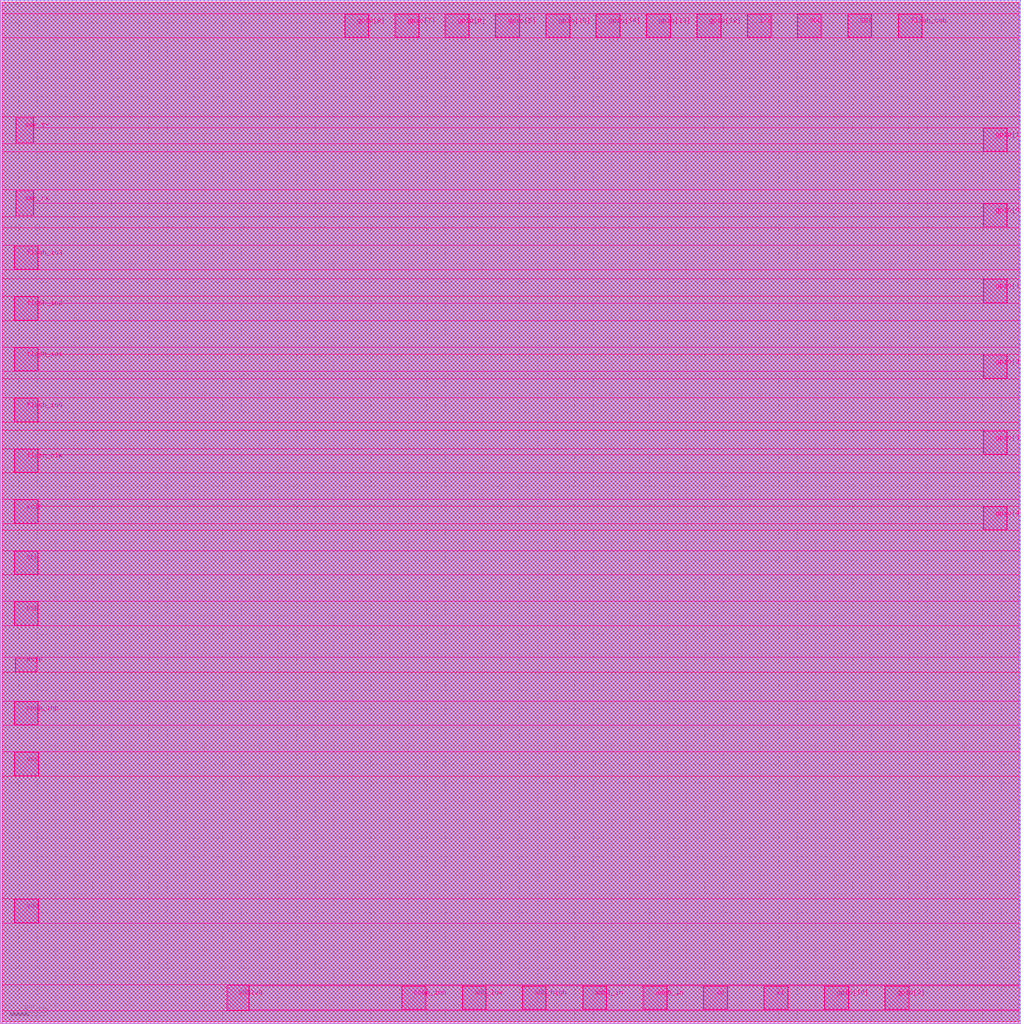
<source format=lef>
VERSION 5.7 ;
  NOWIREEXTENSIONATPIN ON ;
  DIVIDERCHAR "/" ;
  BUSBITCHARS "[]" ;
MACRO striVe
  CLASS BLOCK ;
  FOREIGN striVe ;
  ORIGIN 0.000 0.000 ;
  SIZE 2754.000 BY 2762.000 ;
  PIN vdd
    PORT
      LAYER met5 ;
        RECT 39.375 273.100 101.990 335.800 ;
    END
  END vdd
  PIN vss
    PORT
      LAYER met5 ;
        RECT 39.375 669.100 101.990 731.800 ;
    END
  END vss
  PIN comp_inp
    PORT
      LAYER met5 ;
        RECT 38.990 806.200 101.440 868.800 ;
    END
  END comp_inp
  PIN RSTB
    PORT
      LAYER met5 ;
        RECT 41.715 949.250 97.545 986.435 ;
    END
  END RSTB
  PIN CSB
    PORT
      LAYER met5 ;
        RECT 38.990 1075.200 101.440 1137.800 ;
    END
  END CSB
  PIN SCK
    PORT
      LAYER met5 ;
        RECT 38.990 1212.200 101.440 1274.800 ;
    END
  END SCK
  PIN xclk
    PORT
      LAYER met5 ;
        RECT 38.990 1350.200 101.440 1412.800 ;
    END
  END xclk
  PIN flash_clk
    PORT
      LAYER met5 ;
        RECT 38.990 1487.200 101.440 1549.800 ;
    END
  END flash_clk
  PIN flash_io0
    PORT
      LAYER met5 ;
        RECT 38.990 1624.200 101.440 1686.800 ;
    END
  END flash_io0
  PIN flash_io1
    PORT
      LAYER met5 ;
        RECT 38.990 1761.200 101.440 1823.800 ;
    END
  END flash_io1
  PIN flash_io2
    PORT
      LAYER met5 ;
        RECT 38.990 1898.200 101.440 1960.800 ;
    END
  END flash_io2
  PIN flash_io3
    PORT
      LAYER met5 ;
        RECT 38.990 2035.200 101.440 2097.800 ;
    END
  END flash_io3
  PIN ser_rx
    PORT
      LAYER met5 ;
        RECT 43.095 2178.930 88.470 2247.325 ;
    END
  END ser_rx
  PIN ser_tx
    PORT
      LAYER met5 ;
        RECT 43.095 2375.930 88.470 2444.325 ;
    END
  END ser_tx
  PIN gpio[8]
    PORT
      LAYER met5 ;
        RECT 930.200 2660.560 992.800 2723.010 ;
    END
  END gpio[8]
  PIN gpio[7]
    PORT
      LAYER met5 ;
        RECT 1066.200 2660.560 1128.800 2723.010 ;
    END
  END gpio[7]
  PIN gpio[6]
    PORT
      LAYER met5 ;
        RECT 1201.200 2660.560 1263.800 2723.010 ;
    END
  END gpio[6]
  PIN gpio[5]
    PORT
      LAYER met5 ;
        RECT 1337.200 2660.560 1399.800 2723.010 ;
    END
  END gpio[5]
  PIN gpio[15]
    PORT
      LAYER met5 ;
        RECT 1473.200 2660.560 1535.800 2723.010 ;
    END
  END gpio[15]
  PIN gpio[14]
    PORT
      LAYER met5 ;
        RECT 1608.200 2660.560 1670.800 2723.010 ;
    END
  END gpio[14]
  PIN gpio[13]
    PORT
      LAYER met5 ;
        RECT 1744.200 2660.560 1806.800 2723.010 ;
    END
  END gpio[13]
  PIN gpio[12]
    PORT
      LAYER met5 ;
        RECT 1880.200 2660.560 1942.800 2723.010 ;
    END
  END gpio[12]
  PIN irq
    PORT
      LAYER met5 ;
        RECT 2016.200 2660.560 2078.800 2723.010 ;
    END
  END irq
  PIN SDO
    PORT
      LAYER met5 ;
        RECT 2151.200 2660.560 2213.800 2723.010 ;
    END
  END SDO
  PIN SDI
    PORT
      LAYER met5 ;
        RECT 2287.200 2660.560 2349.800 2723.010 ;
    END
  END SDI
  PIN flash_csb
    PORT
      LAYER met5 ;
        RECT 2423.200 2660.560 2485.800 2723.010 ;
    END
  END flash_csb
  PIN gpio[11]
    PORT
      LAYER met5 ;
        RECT 2652.560 2353.200 2715.010 2415.800 ;
    END
  END gpio[11]
  PIN gpio[0]
    PORT
      LAYER met5 ;
        RECT 2652.560 2149.200 2715.010 2211.800 ;
    END
  END gpio[0]
  PIN gpio[1]
    PORT
      LAYER met5 ;
        RECT 2652.560 1945.200 2715.010 2007.800 ;
    END
  END gpio[1]
  PIN gpio[2]
    PORT
      LAYER met5 ;
        RECT 2652.560 1741.200 2715.010 1803.800 ;
    END
  END gpio[2]
  PIN gpio[3]
    PORT
      LAYER met5 ;
        RECT 2652.560 1536.200 2715.010 1598.800 ;
    END
  END gpio[3]
  PIN gpio[4]
    PORT
      LAYER met5 ;
        RECT 2652.560 1332.200 2715.010 1394.800 ;
    END
  END gpio[4]
  PIN gpio[9]
    PORT
      LAYER met5 ;
        RECT 2387.200 38.990 2449.800 101.440 ;
    END
  END gpio[9]
  PIN gpio[10]
    PORT
      LAYER met5 ;
        RECT 2224.200 38.990 2286.800 101.440 ;
    END
  END gpio[10]
  PIN xi
    PORT
      LAYER met5 ;
        RECT 2061.200 38.990 2123.800 101.440 ;
    END
  END xi
  PIN xo
    PORT
      LAYER met5 ;
        RECT 1898.200 38.990 1960.800 101.440 ;
    END
  END xo
  PIN adc0_in
    PORT
      LAYER met5 ;
        RECT 1735.200 38.990 1797.800 101.440 ;
    END
  END adc0_in
  PIN adc1_in
    PORT
      LAYER met5 ;
        RECT 1572.200 38.990 1634.800 101.440 ;
    END
  END adc1_in
  PIN adc_high
    PORT
      LAYER met5 ;
        RECT 1409.200 38.990 1471.800 101.440 ;
    END
  END adc_high
  PIN adc_low
    PORT
      LAYER met5 ;
        RECT 1247.200 38.990 1309.800 101.440 ;
    END
  END adc_low
  PIN comp_inn
    PORT
      LAYER met5 ;
        RECT 1084.200 38.990 1146.800 101.440 ;
    END
  END comp_inn
  PIN vdd1v8
    PORT
      LAYER met5 ;
        RECT 613.045 36.430 669.685 103.860 ;
    END
  END vdd1v8
  OBS
      LAYER li1 ;
        RECT 1.000 1.000 2753.000 2761.000 ;
      LAYER met1 ;
        RECT 1.800 1.800 2752.200 2760.200 ;
      LAYER met2 ;
        RECT 6.000 6.000 2748.000 2756.000 ;
      LAYER met3 ;
        RECT 6.000 6.000 2748.000 2756.000 ;
      LAYER met4 ;
        RECT 6.000 6.000 2748.000 2756.000 ;
      LAYER met5 ;
        RECT 6.000 2724.610 2748.000 2756.000 ;
        RECT 6.000 2658.960 928.600 2724.610 ;
        RECT 994.400 2658.960 1064.600 2724.610 ;
        RECT 1130.400 2658.960 1199.600 2724.610 ;
        RECT 1265.400 2658.960 1335.600 2724.610 ;
        RECT 1401.400 2658.960 1471.600 2724.610 ;
        RECT 1537.400 2658.960 1606.600 2724.610 ;
        RECT 1672.400 2658.960 1742.600 2724.610 ;
        RECT 1808.400 2658.960 1878.600 2724.610 ;
        RECT 1944.400 2658.960 2014.600 2724.610 ;
        RECT 2080.400 2658.960 2149.600 2724.610 ;
        RECT 2215.400 2658.960 2285.600 2724.610 ;
        RECT 2351.400 2658.960 2421.600 2724.610 ;
        RECT 2487.400 2658.960 2748.000 2724.610 ;
        RECT 6.000 2445.925 2748.000 2658.960 ;
        RECT 6.000 2374.330 41.495 2445.925 ;
        RECT 90.070 2417.400 2748.000 2445.925 ;
        RECT 90.070 2374.330 2650.960 2417.400 ;
        RECT 6.000 2351.600 2650.960 2374.330 ;
        RECT 2716.610 2351.600 2748.000 2417.400 ;
        RECT 6.000 2248.925 2748.000 2351.600 ;
        RECT 6.000 2177.330 41.495 2248.925 ;
        RECT 90.070 2213.400 2748.000 2248.925 ;
        RECT 90.070 2177.330 2650.960 2213.400 ;
        RECT 6.000 2147.600 2650.960 2177.330 ;
        RECT 2716.610 2147.600 2748.000 2213.400 ;
        RECT 6.000 2099.400 2748.000 2147.600 ;
        RECT 6.000 2033.600 37.390 2099.400 ;
        RECT 103.040 2033.600 2748.000 2099.400 ;
        RECT 6.000 2009.400 2748.000 2033.600 ;
        RECT 6.000 1962.400 2650.960 2009.400 ;
        RECT 6.000 1896.600 37.390 1962.400 ;
        RECT 103.040 1943.600 2650.960 1962.400 ;
        RECT 2716.610 1943.600 2748.000 2009.400 ;
        RECT 103.040 1896.600 2748.000 1943.600 ;
        RECT 6.000 1825.400 2748.000 1896.600 ;
        RECT 6.000 1759.600 37.390 1825.400 ;
        RECT 103.040 1805.400 2748.000 1825.400 ;
        RECT 103.040 1759.600 2650.960 1805.400 ;
        RECT 6.000 1739.600 2650.960 1759.600 ;
        RECT 2716.610 1739.600 2748.000 1805.400 ;
        RECT 6.000 1688.400 2748.000 1739.600 ;
        RECT 6.000 1622.600 37.390 1688.400 ;
        RECT 103.040 1622.600 2748.000 1688.400 ;
        RECT 6.000 1600.400 2748.000 1622.600 ;
        RECT 6.000 1551.400 2650.960 1600.400 ;
        RECT 6.000 1485.600 37.390 1551.400 ;
        RECT 103.040 1534.600 2650.960 1551.400 ;
        RECT 2716.610 1534.600 2748.000 1600.400 ;
        RECT 103.040 1485.600 2748.000 1534.600 ;
        RECT 6.000 1414.400 2748.000 1485.600 ;
        RECT 6.000 1348.600 37.390 1414.400 ;
        RECT 103.040 1396.400 2748.000 1414.400 ;
        RECT 103.040 1348.600 2650.960 1396.400 ;
        RECT 6.000 1330.600 2650.960 1348.600 ;
        RECT 2716.610 1330.600 2748.000 1396.400 ;
        RECT 6.000 1276.400 2748.000 1330.600 ;
        RECT 6.000 1210.600 37.390 1276.400 ;
        RECT 103.040 1210.600 2748.000 1276.400 ;
        RECT 6.000 1139.400 2748.000 1210.600 ;
        RECT 6.000 1073.600 37.390 1139.400 ;
        RECT 103.040 1073.600 2748.000 1139.400 ;
        RECT 6.000 988.035 2748.000 1073.600 ;
        RECT 6.000 947.650 40.115 988.035 ;
        RECT 99.145 947.650 2748.000 988.035 ;
        RECT 6.000 870.400 2748.000 947.650 ;
        RECT 6.000 804.600 37.390 870.400 ;
        RECT 103.040 804.600 2748.000 870.400 ;
        RECT 6.000 733.400 2748.000 804.600 ;
        RECT 6.000 667.500 37.775 733.400 ;
        RECT 103.590 667.500 2748.000 733.400 ;
        RECT 6.000 337.400 2748.000 667.500 ;
        RECT 6.000 271.500 37.775 337.400 ;
        RECT 103.590 271.500 2748.000 337.400 ;
        RECT 6.000 105.460 2748.000 271.500 ;
        RECT 6.000 34.830 611.445 105.460 ;
        RECT 671.285 103.040 2748.000 105.460 ;
        RECT 671.285 37.390 1082.600 103.040 ;
        RECT 1148.400 37.390 1245.600 103.040 ;
        RECT 1311.400 37.390 1407.600 103.040 ;
        RECT 1473.400 37.390 1570.600 103.040 ;
        RECT 1636.400 37.390 1733.600 103.040 ;
        RECT 1799.400 37.390 1896.600 103.040 ;
        RECT 1962.400 37.390 2059.600 103.040 ;
        RECT 2125.400 37.390 2222.600 103.040 ;
        RECT 2288.400 37.390 2385.600 103.040 ;
        RECT 2451.400 37.390 2748.000 103.040 ;
        RECT 671.285 34.830 2748.000 37.390 ;
        RECT 6.000 6.000 2748.000 34.830 ;
  END
END striVe
END LIBRARY


</source>
